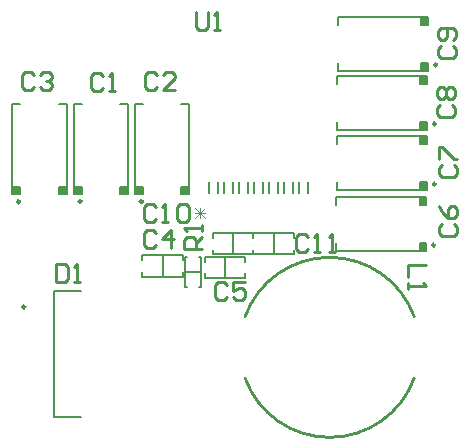
<source format=gto>
G04*
G04 #@! TF.GenerationSoftware,Altium Limited,Altium Designer,22.7.1 (60)*
G04*
G04 Layer_Color=65535*
%FSLAX44Y44*%
%MOMM*%
G71*
G04*
G04 #@! TF.SameCoordinates,592D77DD-D8C5-47A4-952F-68E34D40BC98*
G04*
G04*
G04 #@! TF.FilePolarity,Positive*
G04*
G01*
G75*
%ADD10C,0.2500*%
%ADD11C,0.2540*%
%ADD12C,0.2000*%
%ADD13C,0.1524*%
%ADD14C,0.1500*%
%ADD15C,0.0762*%
%ADD16R,0.6750X0.5500*%
%ADD17R,0.5500X0.6750*%
D10*
X939556Y707594D02*
G03*
X939556Y707594I-1250J0D01*
G01*
X887740Y707848D02*
G03*
X887740Y707848I-1250J0D01*
G01*
X835670Y707594D02*
G03*
X835670Y707594I-1250J0D01*
G01*
X1188750Y823498D02*
G03*
X1188750Y823498I-1250J0D01*
G01*
X1187734Y773460D02*
G03*
X1187734Y773460I-1250J0D01*
G01*
Y722406D02*
G03*
X1187734Y722406I-1250J0D01*
G01*
X1187226Y670844D02*
G03*
X1187226Y670844I-1250J0D01*
G01*
X840018Y618508D02*
G03*
X840018Y618508I-1250J0D01*
G01*
D11*
X1026183Y558138D02*
G03*
X1169393Y558138I71605J26062D01*
G01*
Y610262D02*
G03*
X1026183Y610262I-71605J-26062D01*
G01*
X951993Y814576D02*
X949454Y817115D01*
X944375D01*
X941836Y814576D01*
Y804420D01*
X944375Y801880D01*
X949454D01*
X951993Y804420D01*
X967228Y801880D02*
X957071D01*
X967228Y812037D01*
Y814576D01*
X964689Y817115D01*
X959610D01*
X957071Y814576D01*
X905510Y813560D02*
X902971Y816099D01*
X897893D01*
X895353Y813560D01*
Y803404D01*
X897893Y800864D01*
X902971D01*
X905510Y803404D01*
X910588Y800864D02*
X915667D01*
X913128D01*
Y816099D01*
X910588Y813560D01*
X847853Y814576D02*
X845314Y817115D01*
X840235D01*
X837696Y814576D01*
Y804420D01*
X840235Y801880D01*
X845314D01*
X847853Y804420D01*
X852931Y814576D02*
X855470Y817115D01*
X860549D01*
X863088Y814576D01*
Y812037D01*
X860549Y809498D01*
X858009D01*
X860549D01*
X863088Y806959D01*
Y804420D01*
X860549Y801880D01*
X855470D01*
X852931Y804420D01*
X985015Y868169D02*
Y855474D01*
X987554Y852934D01*
X992633D01*
X995172Y855474D01*
Y868169D01*
X1000250Y852934D02*
X1005329D01*
X1002790D01*
Y868169D01*
X1000250Y865630D01*
X1192278Y839725D02*
X1189738Y837186D01*
Y832107D01*
X1192278Y829568D01*
X1202434D01*
X1204974Y832107D01*
Y837186D01*
X1202434Y839725D01*
Y844803D02*
X1204974Y847342D01*
Y852421D01*
X1202434Y854960D01*
X1192278D01*
X1189738Y852421D01*
Y847342D01*
X1192278Y844803D01*
X1194817D01*
X1197356Y847342D01*
Y854960D01*
X1191008Y789687D02*
X1188468Y787148D01*
Y782069D01*
X1191008Y779530D01*
X1201164D01*
X1203704Y782069D01*
Y787148D01*
X1201164Y789687D01*
X1191008Y794765D02*
X1188468Y797304D01*
Y802383D01*
X1191008Y804922D01*
X1193547D01*
X1196086Y802383D01*
X1198625Y804922D01*
X1201164D01*
X1203704Y802383D01*
Y797304D01*
X1201164Y794765D01*
X1198625D01*
X1196086Y797304D01*
X1193547Y794765D01*
X1191008D01*
X1196086Y797304D02*
Y802383D01*
X1193294Y738887D02*
X1190754Y736348D01*
Y731269D01*
X1193294Y728730D01*
X1203450D01*
X1205990Y731269D01*
Y736348D01*
X1203450Y738887D01*
X1190754Y743965D02*
Y754122D01*
X1193294D01*
X1203450Y743965D01*
X1205990D01*
X1193294Y688341D02*
X1190754Y685802D01*
Y680723D01*
X1193294Y678184D01*
X1203450D01*
X1205990Y680723D01*
Y685802D01*
X1203450Y688341D01*
X1190754Y703576D02*
X1193294Y698497D01*
X1198372Y693419D01*
X1203450D01*
X1205990Y695958D01*
Y701037D01*
X1203450Y703576D01*
X1200911D01*
X1198372Y701037D01*
Y693419D01*
X1079756Y677924D02*
X1077217Y680463D01*
X1072139D01*
X1069599Y677924D01*
Y667768D01*
X1072139Y665229D01*
X1077217D01*
X1079756Y667768D01*
X1084834Y665229D02*
X1089913D01*
X1087374D01*
Y680463D01*
X1084834Y677924D01*
X1097530Y665229D02*
X1102609D01*
X1100070D01*
Y680463D01*
X1097530Y677924D01*
X950471Y703070D02*
X947932Y705610D01*
X942853D01*
X940314Y703070D01*
Y692914D01*
X942853Y690375D01*
X947932D01*
X950471Y692914D01*
X955549Y690375D02*
X960628D01*
X958088D01*
Y705610D01*
X955549Y703070D01*
X968245D02*
X970784Y705610D01*
X975863D01*
X978402Y703070D01*
Y692914D01*
X975863Y690375D01*
X970784D01*
X968245Y692914D01*
Y703070D01*
X1010667Y636776D02*
X1008128Y639315D01*
X1003049D01*
X1000510Y636776D01*
Y626620D01*
X1003049Y624081D01*
X1008128D01*
X1010667Y626620D01*
X1025902Y639315D02*
X1015745D01*
Y631698D01*
X1020824Y634237D01*
X1023363D01*
X1025902Y631698D01*
Y626620D01*
X1023363Y624081D01*
X1018284D01*
X1015745Y626620D01*
X989582Y667515D02*
X974346D01*
Y675133D01*
X976886Y677672D01*
X981964D01*
X984503Y675133D01*
Y667515D01*
Y672594D02*
X989582Y677672D01*
Y682750D02*
Y687829D01*
Y685290D01*
X974346D01*
X976886Y682750D01*
X950469Y681226D02*
X947930Y683765D01*
X942851D01*
X940312Y681226D01*
Y671070D01*
X942851Y668531D01*
X947930D01*
X950469Y671070D01*
X963165Y668531D02*
Y683765D01*
X955547Y676148D01*
X965704D01*
X866143Y654556D02*
Y639320D01*
X873761D01*
X876300Y641860D01*
Y652016D01*
X873761Y654556D01*
X866143D01*
X881378Y639320D02*
X886457D01*
X883918D01*
Y654556D01*
X881378Y652016D01*
X1179574Y653539D02*
X1164339D01*
Y643382D01*
Y638304D02*
Y633225D01*
Y635764D01*
X1179574D01*
X1177034Y638304D01*
D12*
X933056Y714094D02*
Y790094D01*
X979056Y714094D02*
Y790094D01*
X933056Y714094D02*
X939806D01*
X933056Y790094D02*
X939806D01*
X972306Y714094D02*
X979056D01*
X972306Y790094D02*
X979056D01*
X972306Y714094D02*
Y719594D01*
X979056D01*
X933056D02*
X939806D01*
Y714094D02*
Y719594D01*
X881240Y714348D02*
Y790348D01*
X927240Y714348D02*
Y790348D01*
X881240Y714348D02*
X887990D01*
X881240Y790348D02*
X887990D01*
X920490Y714348D02*
X927240D01*
X920490Y790348D02*
X927240D01*
X920490Y714348D02*
Y719848D01*
X927240D01*
X881240D02*
X887990D01*
Y714348D02*
Y719848D01*
X829170Y714094D02*
Y790094D01*
X875170Y714094D02*
Y790094D01*
X829170Y714094D02*
X835920D01*
X829170Y790094D02*
X835920D01*
X868420Y714094D02*
X875170D01*
X868420Y790094D02*
X875170D01*
X868420Y714094D02*
Y719594D01*
X875170D01*
X829170D02*
X835920D01*
Y714094D02*
Y719594D01*
X1105000Y818248D02*
X1181000D01*
X1105000Y864248D02*
X1181000D01*
Y818248D02*
Y824998D01*
X1105000Y818248D02*
Y824998D01*
X1181000Y857498D02*
Y864248D01*
X1105000Y857498D02*
Y864248D01*
X1175500Y857498D02*
X1181000D01*
X1175500D02*
Y864248D01*
Y818248D02*
Y824998D01*
X1181000D01*
X1103984Y768210D02*
X1179984D01*
X1103984Y814210D02*
X1179984D01*
Y768210D02*
Y774960D01*
X1103984Y768210D02*
Y774960D01*
X1179984Y807460D02*
Y814210D01*
X1103984Y807460D02*
Y814210D01*
X1174484Y807460D02*
X1179984D01*
X1174484D02*
Y814210D01*
Y768210D02*
Y774960D01*
X1179984D01*
X1103984Y717156D02*
X1179984D01*
X1103984Y763156D02*
X1179984D01*
Y717156D02*
Y723906D01*
X1103984Y717156D02*
Y723906D01*
X1179984Y756406D02*
Y763156D01*
X1103984Y756406D02*
Y763156D01*
X1174484Y756406D02*
X1179984D01*
X1174484D02*
Y763156D01*
Y717156D02*
Y723906D01*
X1179984D01*
X1103476Y665594D02*
X1179476D01*
X1103476Y711594D02*
X1179476D01*
Y665594D02*
Y672344D01*
X1103476Y665594D02*
Y672344D01*
X1179476Y704844D02*
Y711594D01*
X1103476Y704844D02*
Y711594D01*
X1173976Y704844D02*
X1179476D01*
X1173976D02*
Y711594D01*
Y665594D02*
Y672344D01*
X1179476D01*
X864768Y524858D02*
X887268D01*
X864768D02*
Y631858D01*
X887268D01*
D13*
X1079754Y715264D02*
Y724154D01*
X1067054Y715264D02*
Y724154D01*
X1054354Y715264D02*
Y724154D01*
X1041654Y715264D02*
Y724154D01*
X1028954Y715264D02*
Y724154D01*
X1016254Y715264D02*
Y724154D01*
X1003554Y715264D02*
Y724154D01*
X1071626Y715264D02*
Y724154D01*
X1058926Y715264D02*
Y724154D01*
X1046226Y715264D02*
Y724154D01*
X1033526Y715264D02*
Y724154D01*
X1020826Y715264D02*
Y724154D01*
X1008126Y715264D02*
Y724154D01*
X995426Y715264D02*
Y724154D01*
D14*
X1050290Y662830D02*
Y680830D01*
X1067290Y676830D02*
Y680830D01*
X1033290D02*
X1067290D01*
X1033290Y676830D02*
Y680830D01*
Y662830D02*
Y666830D01*
Y662830D02*
X1067290D01*
Y666830D01*
X1016000Y662830D02*
Y680830D01*
X999000Y662830D02*
Y666830D01*
Y662830D02*
X1033000D01*
Y666830D01*
Y676830D02*
Y680830D01*
X999000D02*
X1033000D01*
X999000Y676830D02*
Y680830D01*
X1009396Y642764D02*
Y660764D01*
X1026396Y656764D02*
Y660764D01*
X992396D02*
X1026396D01*
X992396Y656764D02*
Y660764D01*
Y642764D02*
Y646764D01*
Y642764D02*
X1026396D01*
Y646764D01*
X975218Y648208D02*
X989218D01*
X987298Y660908D02*
X989218D01*
Y635508D02*
Y660908D01*
X987298Y635508D02*
X989218D01*
X975218D02*
X977138D01*
X975218D02*
Y660908D01*
X977138D01*
X956310Y644034D02*
Y662034D01*
X939310Y644034D02*
Y648034D01*
Y644034D02*
X973310D01*
Y648034D01*
Y658034D02*
Y662034D01*
X939310D02*
X973310D01*
X939310Y658034D02*
Y662034D01*
D15*
X983615Y702476D02*
X992079Y694012D01*
X983615D02*
X992079Y702476D01*
X983615Y698244D02*
X992079D01*
X987847Y694012D02*
Y702476D01*
D16*
X975681Y716844D02*
D03*
X936431Y716844D02*
D03*
X923865Y717098D02*
D03*
X884615D02*
D03*
X871795Y716844D02*
D03*
X832545Y716844D02*
D03*
D17*
X1178250Y860873D02*
D03*
Y821623D02*
D03*
X1177234Y810835D02*
D03*
Y771585D02*
D03*
Y759781D02*
D03*
Y720531D02*
D03*
X1176726Y708219D02*
D03*
Y668969D02*
D03*
M02*

</source>
